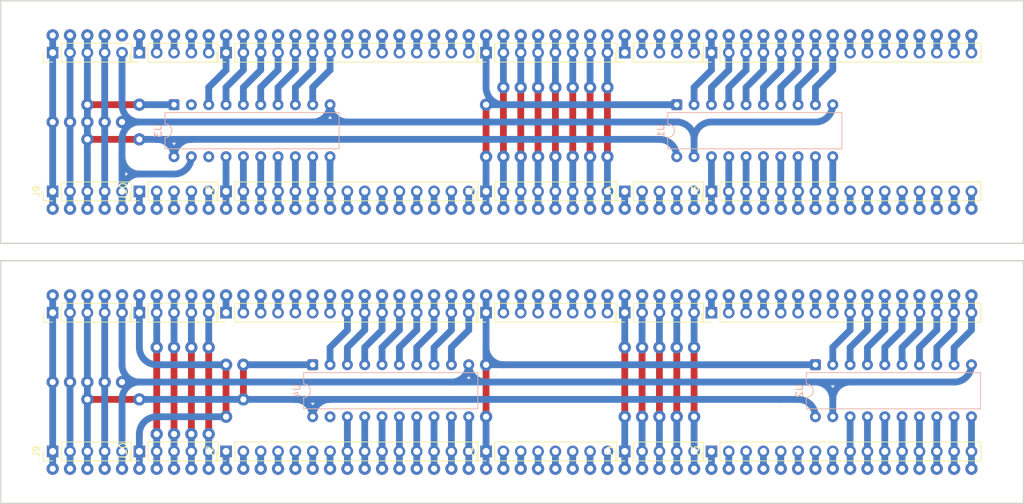
<source format=kicad_pcb>
(kicad_pcb (version 20241229) (generator "pcbnew") (generator_version "9.0")
  (layers (0 "F.Cu" signal) (2 "B.Cu" signal) (13 "F.Paste" user) (15 "B.Paste" user) (5 "F.SilkS" user "F.Silkscreen") (7 "B.SilkS" user "B.Silkscreen") (1 "F.Mask" user) (3 "B.Mask" user) (25 "Edge.Cuts" user))
  (net 0 "")
  (net 1 "/{slash}RESET")
  (net 2 "/WAIT")
  (net 3 "/READY")
  (net 4 "/{slash}WE")
  (net 5 "/DBIN")
  (net 6 "/{slash}HOLD")
  (net 7 "/HOLDA")
  (net 8 "/{slash}MEMIN")
  (net 9 "/AD9")
  (net 10 "/AD11")
  (net 11 "/AD4")
  (net 12 "/AD15")
  (net 13 "/AD6")
  (net 14 "/AD10")
  (net 15 "/AD14")
  (net 16 "/AD8")
  (net 17 "/AD2")
  (net 18 "/AD12")
  (net 19 "/AD7")
  (net 20 "/AD3")
  (net 21 "/AD13")
  (net 22 "/AD1")
  (net 23 "/AD5")
  (net 24 "/DA12")
  (net 25 "/DA15")
  (net 26 "/DA11")
  (net 27 "/DA5")
  (net 28 "/DA14")
  (net 29 "/DA7")
  (net 30 "/DA10")
  (net 31 "/DA8")
  (net 32 "/DA3")
  (net 33 "/DA0")
  (net 34 "/DA2")
  (net 35 "/DA6")
  (net 36 "/DA1")
  (net 37 "/DA4")
  (net 38 "/DA9")
  (net 39 "/DA13")
  (net 40 "/IC0")
  (net 41 "/IC2")
  (net 42 "/IRQ")
  (net 43 "/IC1")
  (net 44 "/IC3")
  (net 45 "-12V")
  (net 46 "GND")
  (net 47 "+12V")
  (net 48 "-5V")
  (net 49 "+5V")
  (net 50 "Net-(J10-Pin_5)")
  (net 51 "Net-(J10-Pin_2)")
  (net 52 "Net-(J10-Pin_1)")
  (net 53 "Net-(J10-Pin_3)")
  (net 54 "Net-(J10-Pin_4)")
  (net 57 "/BDA15")
  (net 58 "/BDA4")
  (net 59 "/BDA2")
  (net 60 "/BDA8")
  (net 61 "/BDA10")
  (net 62 "/BDA5")
  (net 63 "/BDA9")
  (net 64 "/BDA0")
  (net 65 "/BDA13")
  (net 66 "/BDA7")
  (net 67 "/BDA3")
  (net 68 "/BDA11")
  (net 69 "/BDA12")
  (net 70 "/BDA14")
  (net 71 "/BDA6")
  (net 72 "/BDA1")
  (net 73 "/BAD7")
  (net 74 "/BAD6")
  (net 75 "/BAD2")
  (net 76 "/BAD14")
  (net 77 "/BAD3")
  (net 78 "/BAD1")
  (net 79 "/BAD12")
  (net 80 "/BAD13")
  (net 81 "/BAD4")
  (net 82 "/BAD8")
  (net 83 "/BAD15")
  (net 84 "/BAD5")
  (net 85 "/BAD9")
  (net 86 "/BAD11")
  (net 87 "/BAD10")
  (footprint "Connector_PinHeader_2.54mm:PinHeader_1x05_P2.54mm_Vertical" (layer "F.Cu") (at 63.5 73.66 90)
    (property "Reference" "J12" (hide yes))
    (property "Value" "Conn_01x05_Pin" (hide yes))
  )
  (footprint "Connector_PinHeader_2.54mm:PinHeader_1x05_P2.54mm_Vertical" (layer "F.Cu") (at 50.8 55.88 90)
    (property "Reference" "J9")
    (property "Value" "Conn_01x05_Pin" (hide yes))
  )
  (footprint "Connector_PinHeader_2.54mm:PinHeader_1x08_P2.54mm_Vertical" (layer "F.Cu") (at 114.3 93.98 90)
    (property "Reference" "J1")
    (property "Value" "Conn_01x08_Pin" (hide yes))
  )
  (footprint "Connector_PinHeader_2.54mm:PinHeader_1x15_P2.54mm_Vertical" (layer "F.Cu") (at 76.2 93.98 90)
    (property "Reference" "J2")
    (property "Value" "Conn_01x15_Pin" (hide yes))
  )
  (footprint "Connector_PinHeader_2.54mm:PinHeader_1x08_P2.54mm_Vertical" (layer "F.Cu") (at 114.3 35.56 90)
    (property "Reference" "J7" (hide yes))
    (property "Value" "Conn_01x08_Pin" (hide yes))
  )
  (footprint "Connector_PinHeader_2.54mm:PinHeader_1x05_P2.54mm_Vertical" (layer "F.Cu") (at 134.62 93.98 90)
    (property "Reference" "J4")
    (property "Value" "Conn_01x05_Pin" (hide yes))
  )
  (footprint "Connector_PinHeader_2.54mm:PinHeader_1x05_P2.54mm_Vertical" (layer "F.Cu") (at 134.62 35.56 90)
    (property "Reference" "J8" (hide yes))
    (property "Value" "Conn_01x05_Pin" (hide yes))
  )
  (footprint "Connector_PinHeader_2.54mm:PinHeader_1x16_P2.54mm_Vertical" (layer "F.Cu") (at 147.32 55.88 90)
    (property "Reference" "J3")
    (property "Value" "Conn_01x16_Pin" (hide yes))
  )
  (footprint "Connector_PinHeader_2.54mm:PinHeader_1x15_P2.54mm_Vertical" (layer "F.Cu") (at 76.2 35.56 90)
    (property "Reference" "J6" (hide yes))
    (property "Value" "Conn_01x15_Pin" (hide yes))
  )
  (footprint "Connector_PinHeader_2.54mm:PinHeader_1x16_P2.54mm_Vertical" (layer "F.Cu") (at 147.32 35.56 90)
    (property "Reference" "J5" (hide yes))
    (property "Value" "Conn_01x16_Pin" (hide yes))
  )
  (footprint "Connector_PinHeader_2.54mm:PinHeader_1x05_P2.54mm_Vertical" (layer "F.Cu") (at 63.5 35.56 90)
    (property "Reference" "J12" (hide yes))
    (property "Value" "Conn_01x05_Pin" (hide yes))
  )
  (footprint "Connector_PinHeader_2.54mm:PinHeader_1x05_P2.54mm_Vertical" (layer "F.Cu") (at 50.8 73.66 90)
    (property "Reference" "J11" (hide yes))
    (property "Value" "Conn_01x05_Pin" (hide yes))
  )
  (footprint "Connector_PinHeader_2.54mm:PinHeader_1x16_P2.54mm_Vertical" (layer "F.Cu") (at 147.32 73.66 90)
    (property "Reference" "J5" (hide yes))
    (property "Value" "Conn_01x16_Pin" (hide yes))
  )
  (footprint "Connector_PinHeader_2.54mm:PinHeader_1x05_P2.54mm_Vertical" (layer "F.Cu") (at 50.8 35.56 90)
    (property "Reference" "J11" (hide yes))
    (property "Value" "Conn_01x05_Pin" (hide yes))
  )
  (footprint "Connector_PinHeader_2.54mm:PinHeader_1x08_P2.54mm_Vertical" (layer "F.Cu") (at 114.3 55.88 90)
    (property "Reference" "J1")
    (property "Value" "Conn_01x08_Pin" (hide yes))
  )
  (footprint "Connector_PinHeader_2.54mm:PinHeader_1x05_P2.54mm_Vertical" (layer "F.Cu") (at 63.5 55.88 90)
    (property "Reference" "J10")
    (property "Value" "Conn_01x05_Pin" (hide yes))
  )
  (footprint "Connector_PinHeader_2.54mm:PinHeader_1x05_P2.54mm_Vertical" (layer "F.Cu") (at 134.62 73.66 90)
    (property "Reference" "J8" (hide yes))
    (property "Value" "Conn_01x05_Pin" (hide yes))
  )
  (footprint "Connector_PinHeader_2.54mm:PinHeader_1x05_P2.54mm_Vertical" (layer "F.Cu") (at 63.5 93.98 90)
    (property "Reference" "J10")
    (property "Value" "Conn_01x05_Pin" (hide yes))
  )
  (footprint "Connector_PinHeader_2.54mm:PinHeader_1x08_P2.54mm_Vertical" (layer "F.Cu") (at 114.3 73.66 90)
    (property "Reference" "J7" (hide yes))
    (property "Value" "Conn_01x08_Pin" (hide yes))
  )
  (footprint "Connector_PinHeader_2.54mm:PinHeader_1x16_P2.54mm_Vertical" (layer "F.Cu") (at 147.32 93.98 90)
    (property "Reference" "J3")
    (property "Value" "Conn_01x16_Pin" (hide yes))
  )
  (footprint "Connector_PinHeader_2.54mm:PinHeader_1x05_P2.54mm_Vertical" (layer "F.Cu") (at 134.62 55.88 90)
    (property "Reference" "J4")
    (property "Value" "Conn_01x05_Pin" (hide yes))
  )
  (footprint "Connector_PinHeader_2.54mm:PinHeader_1x15_P2.54mm_Vertical" (layer "F.Cu") (at 76.2 55.88 90)
    (property "Reference" "J2")
    (property "Value" "Conn_01x15_Pin" (hide yes))
  )
  (footprint "Connector_PinHeader_2.54mm:PinHeader_1x05_P2.54mm_Vertical" (layer "F.Cu") (at 50.8 93.98 90)
    (property "Reference" "J9")
    (property "Value" "Conn_01x05_Pin" (hide yes))
  )
  (footprint "Connector_PinHeader_2.54mm:PinHeader_1x15_P2.54mm_Vertical" (layer "F.Cu") (at 76.2 73.66 90)
    (property "Reference" "J6" (hide yes))
    (property "Value" "Conn_01x15_Pin" (hide yes))
  )
  (footprint "Package_DIP:DIP-20_W7.62mm" (layer "B.Cu") (at 88.9 81.28 -90)
    (property "Reference" "U4")
    (property "Value" "74LS245")
  )
  (footprint "Package_DIP:DIP-20_W7.62mm" (layer "B.Cu") (at 162.56 81.28 -90)
    (property "Reference" "U2")
    (property "Value" "74LS245")
  )
  (footprint "Package_DIP:DIP-20_W7.62mm" (layer "B.Cu") (at 142.24 43.18 -90)
    (property "Reference" "U1")
    (property "Value" "74LS245")
  )
  (footprint "Package_DIP:DIP-20_W7.62mm" (layer "B.Cu") (at 68.58 43.18 -90)
    (property "Reference" "U3")
    (property "Value" "74LS245")
  )
  (gr_rect (start 43.18 66.04) (end 193.04 101.6) (stroke (width 0.2)) (fill no) (layer "Edge.Cuts"))
  (gr_rect (start 43.18 27.94) (end 193.04 63.5) (stroke (width 0.2)) (fill no) (layer "Edge.Cuts"))
  (via (at 60.96 33.02) (size 1.8) (drill 0.9) (layers "F.Cu" "B.Cu") (net 0))
  (segment (start 132.08 50.8) (end 132.08 40.64) (width 1) (layer "F.Cu") (net 1))
  (via (at 132.08 33.02) (size 1.8) (drill 0.9) (layers "F.Cu" "B.Cu") (net 1))
  (via (at 132.08 71.12) (size 1.8) (drill 0.9) (layers "F.Cu" "B.Cu") (net 1))
  (via (at 132.08 40.64) (size 1.8) (drill 0.9) (layers "F.Cu" "B.Cu") (net 1))
  (via (at 132.08 50.8) (size 1.8) (drill 0.9) (layers "F.Cu" "B.Cu") (net 1))
  (via (at 132.08 96.52) (size 1.8) (drill 0.9) (layers "F.Cu" "B.Cu") (net 1))
  (via (at 132.08 58.42) (size 1.8) (drill 0.9) (layers "F.Cu" "B.Cu") (net 1))
  (segment (start 132.08 55.88) (end 132.08 50.8) (width 1) (layer "B.Cu") (net 1))
  (segment (start 132.08 40.64) (end 132.08 35.56) (width 1) (layer "B.Cu") (net 1))
  (segment (start 132.08 71.12) (end 132.08 73.66) (width 1) (layer "B.Cu") (net 1))
  (segment (start 132.08 58.42) (end 132.08 55.88) (width 1) (layer "B.Cu") (net 1))
  (segment (start 132.08 96.52) (end 132.08 93.98) (width 1) (layer "B.Cu") (net 1))
  (segment (start 132.08 33.02) (end 132.08 35.56) (width 1) (layer "B.Cu") (net 1))
  (segment (start 127 50.8) (end 127 40.64) (width 1) (layer "F.Cu") (net 2))
  (via (at 127 96.52) (size 1.8) (drill 0.9) (layers "F.Cu" "B.Cu") (net 2))
  (via (at 127 50.8) (size 1.8) (drill 0.9) (layers "F.Cu" "B.Cu") (net 2))
  (via (at 127 40.64) (size 1.8) (drill 0.9) (layers "F.Cu" "B.Cu") (net 2))
  (via (at 127 58.42) (size 1.8) (drill 0.9) (layers "F.Cu" "B.Cu") (net 2))
  (via (at 127 71.12) (size 1.8) (drill 0.9) (layers "F.Cu" "B.Cu") (net 2))
  (via (at 127 33.02) (size 1.8) (drill 0.9) (layers "F.Cu" "B.Cu") (net 2))
  (segment (start 127 40.64) (end 127 35.56) (width 1) (layer "B.Cu") (net 2))
  (segment (start 127 58.42) (end 127 55.88) (width 1) (layer "B.Cu") (net 2))
  (segment (start 127 55.88) (end 127 50.8) (width 1) (layer "B.Cu") (net 2))
  (segment (start 127 96.52) (end 127 93.98) (width 1) (layer "B.Cu") (net 2))
  (segment (start 127 33.02) (end 127 35.56) (width 1) (layer "B.Cu") (net 2))
  (segment (start 127 71.12) (end 127 73.66) (width 1) (layer "B.Cu") (net 2))
  (segment (start 119.38 40.64) (end 119.38 50.8) (width 1) (layer "F.Cu") (net 3))
  (via (at 119.38 58.42) (size 1.8) (drill 0.9) (layers "F.Cu" "B.Cu") (net 3))
  (via (at 119.38 96.52) (size 1.8) (drill 0.9) (layers "F.Cu" "B.Cu") (net 3))
  (via (at 119.38 33.02) (size 1.8) (drill 0.9) (layers "F.Cu" "B.Cu") (net 3))
  (via (at 119.38 40.64) (size 1.8) (drill 0.9) (layers "F.Cu" "B.Cu") (net 3))
  (via (at 119.38 50.8) (size 1.8) (drill 0.9) (layers "F.Cu" "B.Cu") (net 3))
  (via (at 119.38 71.12) (size 1.8) (drill 0.9) (layers "F.Cu" "B.Cu") (net 3))
  (segment (start 119.38 35.56) (end 119.38 40.64) (width 1) (layer "B.Cu") (net 3))
  (segment (start 119.38 58.42) (end 119.38 55.88) (width 1) (layer "B.Cu") (net 3))
  (segment (start 119.38 50.8) (end 119.38 55.88) (width 1) (layer "B.Cu") (net 3))
  (segment (start 119.38 33.02) (end 119.38 35.56) (width 1) (layer "B.Cu") (net 3))
  (segment (start 119.38 71.12) (end 119.38 73.66) (width 1) (layer "B.Cu") (net 3))
  (segment (start 119.38 96.52) (end 119.38 93.98) (width 1) (layer "B.Cu") (net 3))
  (segment (start 121.92 50.8) (end 121.92 40.64) (width 1) (layer "F.Cu") (net 4))
  (via (at 121.92 40.64) (size 1.8) (drill 0.9) (layers "F.Cu" "B.Cu") (net 4))
  (via (at 121.92 58.42) (size 1.8) (drill 0.9) (layers "F.Cu" "B.Cu") (net 4))
  (via (at 121.92 71.12) (size 1.8) (drill 0.9) (layers "F.Cu" "B.Cu") (net 4))
  (via (at 121.92 33.02) (size 1.8) (drill 0.9) (layers "F.Cu" "B.Cu") (net 4))
  (via (at 121.92 96.52) (size 1.8) (drill 0.9) (layers "F.Cu" "B.Cu") (net 4))
  (via (at 121.92 50.8) (size 1.8) (drill 0.9) (layers "F.Cu" "B.Cu") (net 4))
  (segment (start 121.92 55.88) (end 121.92 50.8) (width 1) (layer "B.Cu") (net 4))
  (segment (start 121.92 58.42) (end 121.92 55.88) (width 1) (layer "B.Cu") (net 4))
  (segment (start 121.92 96.52) (end 121.92 93.98) (width 1) (layer "B.Cu") (net 4))
  (segment (start 121.92 71.12) (end 121.92 73.66) (width 1) (layer "B.Cu") (net 4))
  (segment (start 121.92 33.02) (end 121.92 35.56) (width 1) (layer "B.Cu") (net 4))
  (segment (start 121.92 40.64) (end 121.92 35.56) (width 1) (layer "B.Cu") (net 4))
  (segment (start 114.3 50.8) (end 114.3 43.18) (width 1) (layer "F.Cu") (net 5))
  (segment (start 114.3 88.9) (end 114.3 81.28) (width 1) (layer "F.Cu") (net 5))
  (via (at 114.3 88.9) (size 1.8) (drill 0.9) (layers "F.Cu" "B.Cu") (net 5))
  (via (at 114.3 50.8) (size 1.8) (drill 0.9) (layers "F.Cu" "B.Cu") (net 5))
  (via (at 114.3 58.42) (size 1.8) (drill 0.9) (layers "F.Cu" "B.Cu") (net 5))
  (via (at 114.3 43.18) (size 1.8) (drill 0.9) (layers "F.Cu" "B.Cu") (net 5))
  (via (at 114.3 71.12) (size 1.8) (drill 0.9) (layers "F.Cu" "B.Cu") (net 5))
  (via (at 114.3 33.02) (size 1.8) (drill 0.9) (layers "F.Cu" "B.Cu") (net 5))
  (via (at 114.3 81.28) (size 1.8) (drill 0.9) (layers "F.Cu" "B.Cu") (net 5))
  (via (at 114.3 96.52) (size 1.8) (drill 0.9) (layers "F.Cu" "B.Cu") (net 5))
  (segment (start 114.3 78.74) (end 114.3 73.66) (width 1) (layer "B.Cu") (net 5))
  (segment (start 114.3 43.18) (end 116.84 43.18) (width 1) (layer "B.Cu") (net 5))
  (segment (start 114.3 81.28) (end 114.3 78.74) (width 1) (layer "B.Cu") (net 5))
  (segment (start 114.3 71.12) (end 114.3 73.66) (width 1) (layer "B.Cu") (net 5))
  (segment (start 114.3 33.02) (end 114.3 35.56) (width 1) (layer "B.Cu") (net 5))
  (segment (start 114.3 81.28) (end 116.84 81.28) (width 1) (layer "B.Cu") (net 5))
  (segment (start 114.3 93.98) (end 114.3 88.9) (width 1) (layer "B.Cu") (net 5))
  (segment (start 114.3 96.52) (end 114.3 93.98) (width 1) (layer "B.Cu") (net 5))
  (segment (start 116.84 43.18) (end 142.24 43.18) (width 1) (layer "B.Cu") (net 5))
  (segment (start 162.56 81.28) (end 116.84 81.28) (width 1) (layer "B.Cu") (net 5))
  (segment (start 114.3 55.88) (end 114.3 50.8) (width 1) (layer "B.Cu") (net 5))
  (segment (start 114.3 40.64) (end 114.3 35.56) (width 1) (layer "B.Cu") (net 5))
  (segment (start 114.3 58.42) (end 114.3 55.88) (width 1) (layer "B.Cu") (net 5))
  (arc (start 116.84 43.18) (mid 115.043949 42.436051) (end 114.3 40.64) (width 1) (layer "B.Cu") (net 5))
  (arc (start 116.84 81.28) (mid 115.043949 80.536051) (end 114.3 78.74) (width 1) (layer "B.Cu") (net 5))
  (segment (start 124.46 40.64) (end 124.46 50.8) (width 1) (layer "F.Cu") (net 6))
  (via (at 124.46 58.42) (size 1.8) (drill 0.9) (layers "F.Cu" "B.Cu") (net 6))
  (via (at 124.46 40.64) (size 1.8) (drill 0.9) (layers "F.Cu" "B.Cu") (net 6))
  (via (at 124.46 50.8) (size 1.8) (drill 0.9) (layers "F.Cu" "B.Cu") (net 6))
  (via (at 124.46 71.12) (size 1.8) (drill 0.9) (layers "F.Cu" "B.Cu") (net 6))
  (via (at 124.46 96.52) (size 1.8) (drill 0.9) (layers "F.Cu" "B.Cu") (net 6))
  (via (at 124.46 33.02) (size 1.8) (drill 0.9) (layers "F.Cu" "B.Cu") (net 6))
  (segment (start 124.46 33.02) (end 124.46 35.56) (width 1) (layer "B.Cu") (net 6))
  (segment (start 124.46 58.42) (end 124.46 55.88) (width 1) (layer "B.Cu") (net 6))
  (segment (start 124.46 71.12) (end 124.46 73.66) (width 1) (layer "B.Cu") (net 6))
  (segment (start 124.46 96.52) (end 124.46 93.98) (width 1) (layer "B.Cu") (net 6))
  (segment (start 124.46 50.8) (end 124.46 55.88) (width 1) (layer "B.Cu") (net 6))
  (segment (start 124.46 35.56) (end 124.46 40.64) (width 1) (layer "B.Cu") (net 6))
  (segment (start 129.54 40.64) (end 129.54 50.8) (width 1) (layer "F.Cu") (net 7))
  (via (at 129.54 96.52) (size 1.8) (drill 0.9) (layers "F.Cu" "B.Cu") (net 7))
  (via (at 129.54 40.64) (size 1.8) (drill 0.9) (layers "F.Cu" "B.Cu") (net 7))
  (via (at 129.54 71.12) (size 1.8) (drill 0.9) (layers "F.Cu" "B.Cu") (net 7))
  (via (at 129.54 58.42) (size 1.8) (drill 0.9) (layers "F.Cu" "B.Cu") (net 7))
  (via (at 129.54 50.8) (size 1.8) (drill 0.9) (layers "F.Cu" "B.Cu") (net 7))
  (via (at 129.54 33.02) (size 1.8) (drill 0.9) (layers "F.Cu" "B.Cu") (net 7))
  (segment (start 129.54 71.12) (end 129.54 73.66) (width 1) (layer "B.Cu") (net 7))
  (segment (start 129.54 33.02) (end 129.54 35.56) (width 1) (layer "B.Cu") (net 7))
  (segment (start 129.54 35.56) (end 129.54 40.64) (width 1) (layer "B.Cu") (net 7))
  (segment (start 129.54 58.42) (end 129.54 55.88) (width 1) (layer "B.Cu") (net 7))
  (segment (start 129.54 50.8) (end 129.54 55.88) (width 1) (layer "B.Cu") (net 7))
  (segment (start 129.54 96.52) (end 129.54 93.98) (width 1) (layer "B.Cu") (net 7))
  (segment (start 116.84 50.8) (end 116.84 40.64) (width 1) (layer "F.Cu") (net 8))
  (via (at 116.84 40.64) (size 1.8) (drill 0.9) (layers "F.Cu" "B.Cu") (net 8))
  (via (at 116.84 33.02) (size 1.8) (drill 0.9) (layers "F.Cu" "B.Cu") (net 8))
  (via (at 116.84 96.52) (size 1.8) (drill 0.9) (layers "F.Cu" "B.Cu") (net 8))
  (via (at 116.84 71.12) (size 1.8) (drill 0.9) (layers "F.Cu" "B.Cu") (net 8))
  (via (at 116.84 58.42) (size 1.8) (drill 0.9) (layers "F.Cu" "B.Cu") (net 8))
  (via (at 116.84 50.8) (size 1.8) (drill 0.9) (layers "F.Cu" "B.Cu") (net 8))
  (segment (start 116.84 55.88) (end 116.84 50.8) (width 1) (layer "B.Cu") (net 8))
  (segment (start 116.84 33.02) (end 116.84 35.56) (width 1) (layer "B.Cu") (net 8))
  (segment (start 116.84 71.12) (end 116.84 73.66) (width 1) (layer "B.Cu") (net 8))
  (segment (start 116.84 40.64) (end 116.84 35.56) (width 1) (layer "B.Cu") (net 8))
  (segment (start 116.84 96.52) (end 116.84 93.98) (width 1) (layer "B.Cu") (net 8))
  (segment (start 116.84 58.42) (end 116.84 55.88) (width 1) (layer "B.Cu") (net 8))
  (via (at 96.52 58.42) (size 1.8) (drill 0.9) (layers "F.Cu" "B.Cu") (net 9))
  (via (at 96.52 96.52) (size 1.8) (drill 0.9) (layers "F.Cu" "B.Cu") (net 9))
  (segment (start 96.52 96.52) (end 96.52 93.98) (width 1) (layer "B.Cu") (net 9))
  (segment (start 96.52 93.98) (end 96.52 88.9) (width 1) (layer "B.Cu") (net 9))
  (segment (start 96.52 58.42) (end 96.52 55.88) (width 1) (layer "B.Cu") (net 9))
  (via (at 101.6 58.42) (size 1.8) (drill 0.9) (layers "F.Cu" "B.Cu") (net 10))
  (via (at 101.6 96.52) (size 1.8) (drill 0.9) (layers "F.Cu" "B.Cu") (net 10))
  (segment (start 101.6 58.42) (end 101.6 55.88) (width 1) (layer "B.Cu") (net 10))
  (segment (start 101.6 96.52) (end 101.6 93.98) (width 1) (layer "B.Cu") (net 10))
  (segment (start 101.6 93.98) (end 101.6 88.9) (width 1) (layer "B.Cu") (net 10))
  (via (at 83.82 58.42) (size 1.8) (drill 0.9) (layers "F.Cu" "B.Cu") (net 11))
  (via (at 83.82 96.52) (size 1.8) (drill 0.9) (layers "F.Cu" "B.Cu") (net 11))
  (segment (start 83.82 96.52) (end 83.82 93.98) (width 1) (layer "B.Cu") (net 11))
  (segment (start 83.82 55.88) (end 83.82 50.8) (width 1) (layer "B.Cu") (net 11))
  (segment (start 83.82 58.42) (end 83.82 55.88) (width 1) (layer "B.Cu") (net 11))
  (via (at 111.76 96.52) (size 1.8) (drill 0.9) (layers "F.Cu" "B.Cu") (net 12))
  (via (at 111.76 58.42) (size 1.8) (drill 0.9) (layers "F.Cu" "B.Cu") (net 12))
  (segment (start 111.76 93.98) (end 111.76 88.9) (width 1) (layer "B.Cu") (net 12))
  (segment (start 111.76 96.52) (end 111.76 93.98) (width 1) (layer "B.Cu") (net 12))
  (segment (start 111.76 58.42) (end 111.76 55.88) (width 1) (layer "B.Cu") (net 12))
  (via (at 88.9 96.52) (size 1.8) (drill 0.9) (layers "F.Cu" "B.Cu") (net 13))
  (via (at 88.9 58.42) (size 1.8) (drill 0.9) (layers "F.Cu" "B.Cu") (net 13))
  (segment (start 88.9 55.88) (end 88.9 50.8) (width 1) (layer "B.Cu") (net 13))
  (segment (start 88.9 96.52) (end 88.9 93.98) (width 1) (layer "B.Cu") (net 13))
  (segment (start 88.9 58.42) (end 88.9 55.88) (width 1) (layer "B.Cu") (net 13))
  (via (at 99.06 58.42) (size 1.8) (drill 0.9) (layers "F.Cu" "B.Cu") (net 14))
  (via (at 99.06 96.52) (size 1.8) (drill 0.9) (layers "F.Cu" "B.Cu") (net 14))
  (segment (start 99.06 96.52) (end 99.06 93.98) (width 1) (layer "B.Cu") (net 14))
  (segment (start 99.06 93.98) (end 99.06 88.9) (width 1) (layer "B.Cu") (net 14))
  (segment (start 99.06 58.42) (end 99.06 55.88) (width 1) (layer "B.Cu") (net 14))
  (via (at 109.22 58.42) (size 1.8) (drill 0.9) (layers "F.Cu" "B.Cu") (net 15))
  (via (at 109.22 96.52) (size 1.8) (drill 0.9) (layers "F.Cu" "B.Cu") (net 15))
  (segment (start 109.22 58.42) (end 109.22 55.88) (width 1) (layer "B.Cu") (net 15))
  (segment (start 109.22 96.52) (end 109.22 93.98) (width 1) (layer "B.Cu") (net 15))
  (segment (start 109.22 93.98) (end 109.22 88.9) (width 1) (layer "B.Cu") (net 15))
  (via (at 93.98 58.42) (size 1.8) (drill 0.9) (layers "F.Cu" "B.Cu") (net 16))
  (via (at 93.98 96.52) (size 1.8) (drill 0.9) (layers "F.Cu" "B.Cu") (net 16))
  (segment (start 93.98 58.42) (end 93.98 55.88) (width 1) (layer "B.Cu") (net 16))
  (segment (start 93.98 96.52) (end 93.98 93.98) (width 1) (layer "B.Cu") (net 16))
  (segment (start 93.98 93.98) (end 93.98 88.9) (width 1) (layer "B.Cu") (net 16))
  (via (at 78.74 96.52) (size 1.8) (drill 0.9) (layers "F.Cu" "B.Cu") (net 17))
  (via (at 78.74 58.42) (size 1.8) (drill 0.9) (layers "F.Cu" "B.Cu") (net 17))
  (segment (start 78.74 58.42) (end 78.74 55.88) (width 1) (layer "B.Cu") (net 17))
  (segment (start 78.74 96.52) (end 78.74 93.98) (width 1) (layer "B.Cu") (net 17))
  (segment (start 78.74 55.88) (end 78.74 50.8) (width 1) (layer "B.Cu") (net 17))
  (via (at 104.14 58.42) (size 1.8) (drill 0.9) (layers "F.Cu" "B.Cu") (net 18))
  (via (at 104.14 96.52) (size 1.8) (drill 0.9) (layers "F.Cu" "B.Cu") (net 18))
  (segment (start 104.14 58.42) (end 104.14 55.88) (width 1) (layer "B.Cu") (net 18))
  (segment (start 104.14 96.52) (end 104.14 93.98) (width 1) (layer "B.Cu") (net 18))
  (segment (start 104.14 93.98) (end 104.14 88.9) (width 1) (layer "B.Cu") (net 18))
  (via (at 91.44 96.52) (size 1.8) (drill 0.9) (layers "F.Cu" "B.Cu") (net 19))
  (via (at 91.44 58.42) (size 1.8) (drill 0.9) (layers "F.Cu" "B.Cu") (net 19))
  (segment (start 91.44 58.42) (end 91.44 55.88) (width 1) (layer "B.Cu") (net 19))
  (segment (start 91.44 96.52) (end 91.44 93.98) (width 1) (layer "B.Cu") (net 19))
  (segment (start 91.44 55.88) (end 91.44 50.8) (width 1) (layer "B.Cu") (net 19))
  (via (at 81.28 96.52) (size 1.8) (drill 0.9) (layers "F.Cu" "B.Cu") (net 20))
  (via (at 81.28 58.42) (size 1.8) (drill 0.9) (layers "F.Cu" "B.Cu") (net 20))
  (segment (start 81.28 50.8) (end 81.28 55.88) (width 1) (layer "B.Cu") (net 20))
  (segment (start 81.28 55.88) (end 81.28 58.42) (width 1) (layer "B.Cu") (net 20))
  (segment (start 81.28 96.52) (end 81.28 93.98) (width 1) (layer "B.Cu") (net 20))
  (via (at 106.68 58.42) (size 1.8) (drill 0.9) (layers "F.Cu" "B.Cu") (net 21))
  (via (at 106.68 96.52) (size 1.8) (drill 0.9) (layers "F.Cu" "B.Cu") (net 21))
  (segment (start 106.68 96.52) (end 106.68 93.98) (width 1) (layer "B.Cu") (net 21))
  (segment (start 106.68 93.98) (end 106.68 88.9) (width 1) (layer "B.Cu") (net 21))
  (segment (start 106.68 58.42) (end 106.68 55.88) (width 1) (layer "B.Cu") (net 21))
  (via (at 76.2 96.52) (size 1.8) (drill 0.9) (layers "F.Cu" "B.Cu") (net 22))
  (via (at 76.2 58.42) (size 1.8) (drill 0.9) (layers "F.Cu" "B.Cu") (net 22))
  (segment (start 76.2 96.52) (end 76.2 93.98) (width 1) (layer "B.Cu") (net 22))
  (segment (start 76.2 58.42) (end 76.2 55.88) (width 1) (layer "B.Cu") (net 22))
  (segment (start 76.2 55.88) (end 76.2 50.8) (width 1) (layer "B.Cu") (net 22))
  (via (at 86.36 58.42) (size 1.8) (drill 0.9) (layers "F.Cu" "B.Cu") (net 23))
  (via (at 86.36 96.52) (size 1.8) (drill 0.9) (layers "F.Cu" "B.Cu") (net 23))
  (segment (start 86.36 58.42) (end 86.36 55.88) (width 1) (layer "B.Cu") (net 23))
  (segment (start 86.36 96.52) (end 86.36 93.98) (width 1) (layer "B.Cu") (net 23))
  (segment (start 86.36 55.88) (end 86.36 50.8) (width 1) (layer "B.Cu") (net 23))
  (via (at 177.8 58.42) (size 1.8) (drill 0.9) (layers "F.Cu" "B.Cu") (net 24))
  (via (at 177.8 96.52) (size 1.8) (drill 0.9) (layers "F.Cu" "B.Cu") (net 24))
  (segment (start 177.8 96.52) (end 177.8 93.98) (width 1) (layer "B.Cu") (net 24))
  (segment (start 177.8 93.98) (end 177.8 88.9) (width 1) (layer "B.Cu") (net 24))
  (segment (start 177.8 58.42) (end 177.8 55.88) (width 1) (layer "B.Cu") (net 24))
  (via (at 185.42 96.52) (size 1.8) (drill 0.9) (layers "F.Cu" "B.Cu") (net 25))
  (via (at 185.42 58.42) (size 1.8) (drill 0.9) (layers "F.Cu" "B.Cu") (net 25))
  (segment (start 185.42 96.52) (end 185.42 93.98) (width 1) (layer "B.Cu") (net 25))
  (segment (start 185.42 93.98) (end 185.42 88.9) (width 1) (layer "B.Cu") (net 25))
  (segment (start 185.42 58.42) (end 185.42 55.88) (width 1) (layer "B.Cu") (net 25))
  (via (at 175.26 58.42) (size 1.8) (drill 0.9) (layers "F.Cu" "B.Cu") (net 26))
  (via (at 175.26 96.52) (size 1.8) (drill 0.9) (layers "F.Cu" "B.Cu") (net 26))
  (segment (start 175.26 58.42) (end 175.26 55.88) (width 1) (layer "B.Cu") (net 26))
  (segment (start 175.26 88.9) (end 175.26 93.98) (width 1) (layer "B.Cu") (net 26))
  (segment (start 175.26 96.52) (end 175.26 93.98) (width 1) (layer "B.Cu") (net 26))
  (via (at 160.02 58.42) (size 1.8) (drill 0.9) (layers "F.Cu" "B.Cu") (net 27))
  (via (at 160.02 96.52) (size 1.8) (drill 0.9) (layers "F.Cu" "B.Cu") (net 27))
  (segment (start 160.02 96.52) (end 160.02 93.98) (width 1) (layer "B.Cu") (net 27))
  (segment (start 160.02 50.8) (end 160.02 55.88) (width 1) (layer "B.Cu") (net 27))
  (segment (start 160.02 58.42) (end 160.02 55.88) (width 1) (layer "B.Cu") (net 27))
  (via (at 182.88 58.42) (size 1.8) (drill 0.9) (layers "F.Cu" "B.Cu") (net 28))
  (via (at 182.88 96.52) (size 1.8) (drill 0.9) (layers "F.Cu" "B.Cu") (net 28))
  (segment (start 182.88 58.42) (end 182.88 55.88) (width 1) (layer "B.Cu") (net 28))
  (segment (start 182.88 96.52) (end 182.88 93.98) (width 1) (layer "B.Cu") (net 28))
  (segment (start 182.88 93.98) (end 182.88 88.9) (width 1) (layer "B.Cu") (net 28))
  (via (at 165.1 96.52) (size 1.8) (drill 0.9) (layers "F.Cu" "B.Cu") (net 29))
  (via (at 165.1 58.42) (size 1.8) (drill 0.9) (layers "F.Cu" "B.Cu") (net 29))
  (segment (start 165.1 96.52) (end 165.1 93.98) (width 1) (layer "B.Cu") (net 29))
  (segment (start 165.1 55.88) (end 165.1 50.8) (width 1) (layer "B.Cu") (net 29))
  (segment (start 165.1 58.42) (end 165.1 55.88) (width 1) (layer "B.Cu") (net 29))
  (via (at 172.72 96.52) (size 1.8) (drill 0.9) (layers "F.Cu" "B.Cu") (net 30))
  (via (at 172.72 58.42) (size 1.8) (drill 0.9) (layers "F.Cu" "B.Cu") (net 30))
  (segment (start 172.72 88.9) (end 172.72 93.98) (width 1) (layer "B.Cu") (net 30))
  (segment (start 172.72 96.52) (end 172.72 93.98) (width 1) (layer "B.Cu") (net 30))
  (segment (start 172.72 58.42) (end 172.72 55.88) (width 1) (layer "B.Cu") (net 30))
  (via (at 167.64 96.52) (size 1.8) (drill 0.9) (layers "F.Cu" "B.Cu") (net 31))
  (via (at 167.64 58.42) (size 1.8) (drill 0.9) (layers "F.Cu" "B.Cu") (net 31))
  (segment (start 167.64 93.98) (end 167.64 88.9) (width 1) (layer "B.Cu") (net 31))
  (segment (start 167.64 96.52) (end 167.64 93.98) (width 1) (layer "B.Cu") (net 31))
  (segment (start 167.64 58.42) (end 167.64 55.88) (width 1) (layer "B.Cu") (net 31))
  (via (at 154.94 96.52) (size 1.8) (drill 0.9) (layers "F.Cu" "B.Cu") (net 32))
  (via (at 154.94 58.42) (size 1.8) (drill 0.9) (layers "F.Cu" "B.Cu") (net 32))
  (segment (start 154.94 96.52) (end 154.94 93.98) (width 1) (layer "B.Cu") (net 32))
  (segment (start 154.94 50.8) (end 154.94 55.88) (width 1) (layer "B.Cu") (net 32))
  (segment (start 154.94 58.42) (end 154.94 55.88) (width 1) (layer "B.Cu") (net 32))
  (via (at 147.32 58.42) (size 1.8) (drill 0.9) (layers "F.Cu" "B.Cu") (net 33))
  (via (at 147.32 96.52) (size 1.8) (drill 0.9) (layers "F.Cu" "B.Cu") (net 33))
  (segment (start 147.32 96.52) (end 147.32 93.98) (width 1) (layer "B.Cu") (net 33))
  (segment (start 147.32 58.42) (end 147.32 55.88) (width 1) (layer "B.Cu") (net 33))
  (segment (start 147.32 55.88) (end 147.32 50.8) (width 1) (layer "B.Cu") (net 33))
  (via (at 152.4 58.42) (size 1.8) (drill 0.9) (layers "F.Cu" "B.Cu") (net 34))
  (via (at 152.4 96.52) (size 1.8) (drill 0.9) (layers "F.Cu" "B.Cu") (net 34))
  (segment (start 152.4 96.52) (end 152.4 93.98) (width 1) (layer "B.Cu") (net 34))
  (segment (start 152.4 55.88) (end 152.4 50.8) (width 1) (layer "B.Cu") (net 34))
  (segment (start 152.4 58.42) (end 152.4 55.88) (width 1) (layer "B.Cu") (net 34))
  (via (at 162.56 96.52) (size 1.8) (drill 0.9) (layers "F.Cu" "B.Cu") (net 35))
  (via (at 162.56 58.42) (size 1.8) (drill 0.9) (layers "F.Cu" "B.Cu") (net 35))
  (segment (start 162.56 55.88) (end 162.56 50.8) (width 1) (layer "B.Cu") (net 35))
  (segment (start 162.56 58.42) (end 162.56 55.88) (width 1) (layer "B.Cu") (net 35))
  (segment (start 162.56 96.52) (end 162.56 93.98) (width 1) (layer "B.Cu") (net 35))
  (via (at 149.86 96.52) (size 1.8) (drill 0.9) (layers "F.Cu" "B.Cu") (net 36))
  (via (at 149.86 58.42) (size 1.8) (drill 0.9) (layers "F.Cu" "B.Cu") (net 36))
  (segment (start 149.86 50.8) (end 149.86 55.88) (width 1) (layer "B.Cu") (net 36))
  (segment (start 149.86 96.52) (end 149.86 93.98) (width 1) (layer "B.Cu") (net 36))
  (segment (start 149.86 58.42) (end 149.86 55.88) (width 1) (layer "B.Cu") (net 36))
  (via (at 157.48 58.42) (size 1.8) (drill 0.9) (layers "F.Cu" "B.Cu") (net 37))
  (via (at 157.48 96.52) (size 1.8) (drill 0.9) (layers "F.Cu" "B.Cu") (net 37))
  (segment (start 157.48 96.52) (end 157.48 93.98) (width 1) (layer "B.Cu") (net 37))
  (segment (start 157.48 58.42) (end 157.48 55.88) (width 1) (layer "B.Cu") (net 37))
  (segment (start 157.48 55.88) (end 157.48 50.8) (width 1) (layer "B.Cu") (net 37))
  (via (at 170.18 96.52) (size 1.8) (drill 0.9) (layers "F.Cu" "B.Cu") (net 38))
  (via (at 170.18 58.42) (size 1.8) (drill 0.9) (layers "F.Cu" "B.Cu") (net 38))
  (segment (start 170.18 55.88) (end 170.18 58.42) (width 1) (layer "B.Cu") (net 38))
  (segment (start 170.18 93.98) (end 170.18 96.52) (width 1) (layer "B.Cu") (net 38))
  (segment (start 170.18 88.9) (end 170.18 93.98) (width 1) (layer "B.Cu") (net 38))
  (via (at 180.34 58.42) (size 1.8) (drill 0.9) (layers "F.Cu" "B.Cu") (net 39))
  (via (at 180.34 96.52) (size 1.8) (drill 0.9) (layers "F.Cu" "B.Cu") (net 39))
  (segment (start 180.34 96.52) (end 180.34 93.98) (width 1) (layer "B.Cu") (net 39))
  (segment (start 180.34 58.42) (end 180.34 55.88) (width 1) (layer "B.Cu") (net 39))
  (segment (start 180.34 93.98) (end 180.34 88.9) (width 1) (layer "B.Cu") (net 39))
  (segment (start 137.16 78.74) (end 137.16 88.9) (width 1) (layer "F.Cu") (net 40))
  (via (at 137.16 58.42) (size 1.8) (drill 0.9) (layers "F.Cu" "B.Cu") (net 40))
  (via (at 137.16 78.74) (size 1.8) (drill 0.9) (layers "F.Cu" "B.Cu") (net 40))
  (via (at 137.16 88.9) (size 1.8) (drill 0.9) (layers "F.Cu" "B.Cu") (net 40))
  (via (at 137.16 71.12) (size 1.8) (drill 0.9) (layers "F.Cu" "B.Cu") (net 40))
  (via (at 137.16 33.02) (size 1.8) (drill 0.9) (layers "F.Cu" "B.Cu") (net 40))
  (via (at 137.16 96.52) (size 1.8) (drill 0.9) (layers "F.Cu" "B.Cu") (net 40))
  (segment (start 137.16 71.12) (end 137.16 73.66) (width 1) (layer "B.Cu") (net 40))
  (segment (start 137.16 96.52) (end 137.16 93.98) (width 1) (layer "B.Cu") (net 40))
  (segment (start 137.16 58.42) (end 137.16 55.88) (width 1) (layer "B.Cu") (net 40))
  (segment (start 137.16 33.02) (end 137.16 35.56) (width 1) (layer "B.Cu") (net 40))
  (segment (start 137.16 88.9) (end 137.16 93.98) (width 1) (layer "B.Cu") (net 40))
  (segment (start 137.16 73.66) (end 137.16 78.74) (width 1) (layer "B.Cu") (net 40))
  (segment (start 142.24 78.74) (end 142.24 88.9) (width 1) (layer "F.Cu") (net 41))
  (via (at 142.24 88.9) (size 1.8) (drill 0.9) (layers "F.Cu" "B.Cu") (net 41))
  (via (at 142.24 71.12) (size 1.8) (drill 0.9) (layers "F.Cu" "B.Cu") (net 41))
  (via (at 142.24 96.52) (size 1.8) (drill 0.9) (layers "F.Cu" "B.Cu") (net 41))
  (via (at 142.24 33.02) (size 1.8) (drill 0.9) (layers "F.Cu" "B.Cu") (net 41))
  (via (at 142.24 78.74) (size 1.8) (drill 0.9) (layers "F.Cu" "B.Cu") (net 41))
  (via (at 142.24 58.42) (size 1.8) (drill 0.9) (layers "F.Cu" "B.Cu") (net 41))
  (segment (start 142.24 73.66) (end 142.24 78.74) (width 1) (layer "B.Cu") (net 41))
  (segment (start 142.24 96.52) (end 142.24 93.98) (width 1) (layer "B.Cu") (net 41))
  (segment (start 142.24 33.02) (end 142.24 35.56) (width 1) (layer "B.Cu") (net 41))
  (segment (start 142.24 58.42) (end 142.24 55.88) (width 1) (layer "B.Cu") (net 41))
  (segment (start 142.24 71.12) (end 142.24 73.66) (width 1) (layer "B.Cu") (net 41))
  (segment (start 142.24 88.9) (end 142.24 93.98) (width 1) (layer "B.Cu") (net 41))
  (segment (start 134.62 88.9) (end 134.62 78.74) (width 1) (layer "F.Cu") (net 42))
  (via (at 134.62 58.42) (size 1.8) (drill 0.9) (layers "F.Cu" "B.Cu") (net 42))
  (via (at 134.62 96.52) (size 1.8) (drill 0.9) (layers "F.Cu" "B.Cu") (net 42))
  (via (at 134.62 33.02) (size 1.8) (drill 0.9) (layers "F.Cu" "B.Cu") (net 42))
  (via (at 134.62 71.12) (size 1.8) (drill 0.9) (layers "F.Cu" "B.Cu") (net 42))
  (via (at 134.62 88.9) (size 1.8) (drill 0.9) (layers "F.Cu" "B.Cu") (net 42))
  (via (at 134.62 78.74) (size 1.8) (drill 0.9) (layers "F.Cu" "B.Cu") (net 42))
  (segment (start 134.62 93.98) (end 134.62 88.9) (width 1) (layer "B.Cu") (net 42))
  (segment (start 134.62 78.74) (end 134.62 73.66) (width 1) (layer "B.Cu") (net 42))
  (segment (start 134.62 58.42) (end 134.62 55.88) (width 1) (layer "B.Cu") (net 42))
  (segment (start 134.62 33.02) (end 134.62 35.56) (width 1) (layer "B.Cu") (net 42))
  (segment (start 134.62 96.52) (end 134.62 93.98) (width 1) (layer "B.Cu") (net 42))
  (segment (start 134.62 71.12) (end 134.62 73.66) (width 1) (layer "B.Cu") (net 42))
  (segment (start 139.7 88.9) (end 139.7 78.74) (width 1) (layer "F.Cu") (net 43))
  (via (at 139.7 88.9) (size 1.8) (drill 0.9) (layers "F.Cu" "B.Cu") (net 43))
  (via (at 139.7 96.52) (size 1.8) (drill 0.9) (layers "F.Cu" "B.Cu") (net 43))
  (via (at 139.7 33.02) (size 1.8) (drill 0.9) (layers "F.Cu" "B.Cu") (net 43))
  (via (at 139.7 78.74) (size 1.8) (drill 0.9) (layers "F.Cu" "B.Cu") (net 43))
  (via (at 139.7 71.12) (size 1.8) (drill 0.9) (layers "F.Cu" "B.Cu") (net 43))
  (via (at 139.7 58.42) (size 1.8) (drill 0.9) (layers "F.Cu" "B.Cu") (net 43))
  (segment (start 139.7 33.02) (end 139.7 35.56) (width 1) (layer "B.Cu") (net 43))
  (segment (start 139.7 58.42) (end 139.7 55.88) (width 1) (layer "B.Cu") (net 43))
  (segment (start 139.7 93.98) (end 139.7 88.9) (width 1) (layer "B.Cu") (net 43))
  (segment (start 139.7 78.74) (end 139.7 73.66) (width 1) (layer "B.Cu") (net 43))
  (segment (start 139.7 71.12) (end 139.7 73.66) (width 1) (layer "B.Cu") (net 43))
  (segment (start 139.7 96.52) (end 139.7 93.98) (width 1) (layer "B.Cu") (net 43))
  (segment (start 144.78 88.9) (end 144.78 78.74) (width 1) (layer "F.Cu") (net 44))
  (via (at 144.78 96.52) (size 1.8) (drill 0.9) (layers "F.Cu" "B.Cu") (net 44))
  (via (at 144.78 58.42) (size 1.8) (drill 0.9) (layers "F.Cu" "B.Cu") (net 44))
  (via (at 144.78 78.74) (size 1.8) (drill 0.9) (layers "F.Cu" "B.Cu") (net 44))
  (via (at 144.78 33.02) (size 1.8) (drill 0.9) (layers "F.Cu" "B.Cu") (net 44))
  (via (at 144.78 71.12) (size 1.8) (drill 0.9) (layers "F.Cu" "B.Cu") (net 44))
  (via (at 144.78 88.9) (size 1.8) (drill 0.9) (layers "F.Cu" "B.Cu") (net 44))
  (segment (start 144.78 78.74) (end 144.78 73.66) (width 1) (layer "B.Cu") (net 44))
  (segment (start 144.78 93.98) (end 144.78 88.9) (width 1) (layer "B.Cu") (net 44))
  (segment (start 144.78 58.42) (end 144.78 55.88) (width 1) (layer "B.Cu") (net 44))
  (segment (start 144.78 33.02) (end 144.78 35.56) (width 1) (layer "B.Cu") (net 44))
  (segment (start 144.78 71.12) (end 144.78 73.66) (width 1) (layer "B.Cu") (net 44))
  (segment (start 144.78 96.52) (end 144.78 93.98) (width 1) (layer "B.Cu") (net 44))
  (via (at 58.42 83.82) (size 1.8) (drill 0.9) (layers "F.Cu" "B.Cu") (net 45))
  (via (at 58.42 71.12) (size 1.8) (drill 0.9) (layers "F.Cu" "B.Cu") (net 45))
  (via (at 58.42 58.42) (size 1.8) (drill 0.9) (layers "F.Cu" "B.Cu") (net 45))
  (via (at 58.42 45.72) (size 1.8) (drill 0.9) (layers "F.Cu" "B.Cu") (net 45))
  (via (at 58.42 33.02) (size 1.8) (drill 0.9) (layers "F.Cu" "B.Cu") (net 45))
  (via (at 58.42 96.52) (size 1.8) (drill 0.9) (layers "F.Cu" "B.Cu") (net 45))
  (segment (start 58.42 55.88) (end 58.42 45.72) (width 1) (layer "B.Cu") (net 45))
  (segment (start 58.42 33.02) (end 58.42 35.56) (width 1) (layer "B.Cu") (net 45))
  (segment (start 58.42 58.42) (end 58.42 55.88) (width 1) (layer "B.Cu") (net 45))
  (segment (start 58.42 96.52) (end 58.42 93.98) (width 1) (layer "B.Cu") (net 45))
  (segment (start 58.42 45.72) (end 58.42 35.56) (width 1) (layer "B.Cu") (net 45))
  (segment (start 58.42 93.98) (end 58.42 83.82) (width 1) (layer "B.Cu") (net 45))
  (segment (start 58.42 83.82) (end 58.42 73.66) (width 1) (layer "B.Cu") (net 45))
  (segment (start 58.42 71.12) (end 58.42 73.66) (width 1) (layer "B.Cu") (net 45))
  (via (at 60.96 58.42) (size 1.8) (drill 0.9) (layers "F.Cu" "B.Cu") (net 46))
  (via (at 60.96 45.72) (size 1.8) (drill 0.9) (layers "F.Cu" "B.Cu") (net 46))
  (via (at 60.96 83.82) (size 1.8) (drill 0.9) (layers "F.Cu" "B.Cu") (net 46))
  (via (at 60.96 71.12) (size 1.8) (drill 0.9) (layers "F.Cu" "B.Cu") (net 46))
  (via (at 60.96 96.52) (size 1.8) (drill 0.9) (layers "F.Cu" "B.Cu") (net 46))
  (segment (start 167.64 83.82) (end 162.56 83.82) (width 1) (layer "B.Cu") (net 46))
  (segment (start 60.96 81.28) (end 60.96 73.66) (width 1) (layer "B.Cu") (net 46))
  (segment (start 109.22 83.82) (end 63.5 83.82) (width 1) (layer "B.Cu") (net 46))
  (segment (start 60.96 96.52) (end 60.96 93.98) (width 1) (layer "B.Cu") (net 46))
  (segment (start 88.9 45.72) (end 63.5 45.72) (width 1) (layer "B.Cu") (net 46))
  (segment (start 165.1 88.9) (end 165.1 86.36) (width 1) (layer "B.Cu") (net 46))
  (segment (start 60.96 93.98) (end 60.96 86.36) (width 1) (layer "B.Cu") (net 46))
  (segment (start 60.96 50.8) (end 60.96 48.26) (width 1) (layer "B.Cu") (net 46))
  (segment (start 68.58 53.34) (end 63.5 53.34) (width 1) (layer "B.Cu") (net 46))
  (segment (start 60.96 58.42) (end 60.96 55.88) (width 1) (layer "B.Cu") (net 46))
  (segment (start 142.24 45.72) (end 93.98 45.72) (width 1) (layer "B.Cu") (net 46))
  (segment (start 60.96 43.18) (end 60.96 35.56) (width 1) (layer "B.Cu") (net 46))
  (segment (start 114.3 83.82) (end 109.22 83.82) (width 1) (layer "B.Cu") (net 46))
  (segment (start 182.88 83.82) (end 167.64 83.82) (width 1) (layer "B.Cu") (net 46))
  (segment (start 162.56 83.82) (end 114.3 83.82) (width 1) (layer "B.Cu") (net 46))
  (segment (start 162.56 45.72) (end 147.32 45.72) (width 1) (layer "B.Cu") (net 46))
  (segment (start 93.98 45.72) (end 88.9 45.72) (width 1) (layer "B.Cu") (net 46))
  (segment (start 60.96 55.88) (end 60.96 50.8) (width 1) (layer "B.Cu") (net 46))
  (segment (start 60.96 71.12) (end 60.96 73.66) (width 1) (layer "B.Cu") (net 46))
  (segment (start 144.78 48.26) (end 144.78 50.8) (width 1) (layer "B.Cu") (net 46))
  (arc (start 60.96 48.26) (mid 61.703949 46.463949) (end 63.5 45.72) (width 1) (layer "B.Cu") (net 46))
  (arc (start 63.5 53.34) (mid 61.703949 54.083949) (end 60.96 55.88) (width 1) (layer "B.Cu") (net 46))
  (arc (start 111.76 81.28) (mid 111.016051 83.076051) (end 109.22 83.82) (width 1) (layer "B.Cu") (net 46))
  (arc (start 185.42 81.28) (mid 184.676051 83.076051) (end 182.88 83.82) (width 1) (layer "B.Cu") (net 46))
  (arc (start 60.96 86.36) (mid 61.703949 84.563949) (end 63.5 83.82) (width 1) (layer "B.Cu") (net 46))
  (arc (start 63.5 45.72) (mid 61.703949 44.976051) (end 60.96 43.18) (width 1) (layer "B.Cu") (net 46))
  (arc (start 91.44 43.18) (mid 92.183949 44.976051) (end 93.98 45.72) (width 1) (layer "B.Cu") (net 46))
  (arc (start 71.12 50.8) (mid 70.376051 52.596051) (end 68.58 53.34) (width 1) (layer "B.Cu") (net 46))
  (arc (start 147.32 45.72) (mid 145.523949 46.463949) (end 144.78 48.26) (width 1) (layer "B.Cu") (net 46))
  (arc (start 165.1 86.36) (mid 165.843949 84.563949) (end 167.64 83.82) (width 1) (layer "B.Cu") (net 46))
  (arc (start 165.1 86.36) (mid 164.356051 84.563949) (end 162.56 83.82) (width 1) (layer "B.Cu") (net 46))
  (arc (start 111.76 81.28) (mid 112.503949 83.076051) (end 114.3 83.82) (width 1) (layer "B.Cu") (net 46))
  (arc (start 63.5 83.82) (mid 61.703949 83.076051) (end 60.96 81.28) (width 1) (layer "B.Cu") (net 46))
  (arc (start 63.5 53.34) (mid 61.703949 52.596051) (end 60.96 50.8) (width 1) (layer "B.Cu") (net 46))
  (arc (start 91.44 43.18) (mid 90.696051 44.976051) (end 88.9 45.72) (width 1) (layer "B.Cu") (net 46))
  (arc (start 144.78 48.26) (mid 144.036051 46.463949) (end 142.24 45.72) (width 1) (layer "B.Cu") (net 46))
  (arc (start 165.1 43.18) (mid 164.356051 44.976051) (end 162.56 45.72) (width 1) (layer "B.Cu") (net 46))
  (via (at 50.8 33.02) (size 1.8) (drill 0.9) (layers "F.Cu" "B.Cu") (net 47))
  (via (at 50.8 71.12) (size 1.8) (drill 0.9) (layers "F.Cu" "B.Cu") (net 47))
  (via (at 50.8 45.72) (size 1.8) (drill 0.9) (layers "F.Cu" "B.Cu") (net 47))
  (via (at 50.8 96.52) (size 1.8) (drill 0.9) (layers "F.Cu" "B.Cu") (net 47))
  (via (at 50.8 58.42) (size 1.8) (drill 0.9) (layers "F.Cu" "B.Cu") (net 47))
  (via (at 50.8 83.82) (size 1.8) (drill 0.9) (layers "F.Cu" "B.Cu") (net 47))
  (segment (start 50.8 71.12) (end 50.8 73.66) (width 1) (layer "B.Cu") (net 47))
  (segment (start 50.8 58.42) (end 50.8 55.88) (width 1) (layer "B.Cu") (net 47))
  (segment (start 50.8 83.82) (end 50.8 73.66) (width 1) (layer "B.Cu") (net 47))
  (segment (start 50.8 96.52) (end 50.8 93.98) (width 1) (layer "B.Cu") (net 47))
  (segment (start 50.8 45.72) (end 50.8 35.56) (width 1) (layer "B.Cu") (net 47))
  (segment (start 50.8 93.98) (end 50.8 83.82) (width 1) (layer "B.Cu") (net 47))
  (segment (start 50.8 33.02) (end 50.8 35.56) (width 1) (layer "B.Cu") (net 47))
  (segment (start 50.8 55.88) (end 50.8 45.72) (width 1) (layer "B.Cu") (net 47))
  (via (at 53.34 71.12) (size 1.8) (drill 0.9) (layers "F.Cu" "B.Cu") (net 48))
  (via (at 53.34 45.72) (size 1.8) (drill 0.9) (layers "F.Cu" "B.Cu") (net 48))
  (via (at 53.34 83.82) (size 1.8) (drill 0.9) (layers "F.Cu" "B.Cu") (net 48))
  (via (at 53.34 96.52) (size 1.8) (drill 0.9) (layers "F.Cu" "B.Cu") (net 48))
  (via (at 53.34 33.02) (size 1.8) (drill 0.9) (layers "F.Cu" "B.Cu") (net 48))
  (via (at 53.34 58.42) (size 1.8) (drill 0.9) (layers "F.Cu" "B.Cu") (net 48))
  (segment (start 53.34 93.98) (end 53.34 83.82) (width 1) (layer "B.Cu") (net 48))
  (segment (start 53.34 35.56) (end 53.34 33.02) (width 1) (layer "B.Cu") (net 48))
  (segment (start 53.34 96.52) (end 53.34 93.98) (width 1) (layer "B.Cu") (net 48))
  (segment (start 53.34 45.72) (end 53.34 35.56) (width 1) (layer "B.Cu") (net 48))
  (segment (start 53.34 55.88) (end 53.34 45.72) (width 1) (layer "B.Cu") (net 48))
  (segment (start 53.34 83.82) (end 53.34 73.66) (width 1) (layer "B.Cu") (net 48))
  (segment (start 53.34 73.66) (end 53.34 71.12) (width 1) (layer "B.Cu") (net 48))
  (segment (start 53.34 58.42) (end 53.34 55.88) (width 1) (layer "B.Cu") (net 48))
  (segment (start 63.5 86.36) (end 55.88 86.36) (width 1) (layer "F.Cu") (net 49))
  (segment (start 63.5 48.26) (end 55.88 48.26) (width 1) (layer "F.Cu") (net 49))
  (segment (start 63.5 43.18) (end 55.88 43.18) (width 1) (layer "F.Cu") (net 49))
  (segment (start 78.74 81.28) (end 78.74 86.36) (width 1) (layer "F.Cu") (net 49))
  (via (at 55.88 48.26) (size 1.8) (drill 0.9) (layers "F.Cu" "B.Cu") (net 49))
  (via (at 55.88 58.42) (size 1.8) (drill 0.9) (layers "F.Cu" "B.Cu") (net 49))
  (via (at 63.5 43.18) (size 1.8) (drill 0.9) (layers "F.Cu" "B.Cu") (net 49))
  (via (at 55.88 96.52) (size 1.8) (drill 0.9) (layers "F.Cu" "B.Cu") (net 49))
  (via (at 55.88 45.72) (size 1.8) (drill 0.9) (layers "F.Cu" "B.Cu") (net 49))
  (via (at 55.88 83.82) (size 1.8) (drill 0.9) (layers "F.Cu" "B.Cu") (net 49))
  (via (at 55.88 86.36) (size 1.8) (drill 0.9) (layers "F.Cu" "B.Cu") (net 49))
  (via (at 63.5 48.26) (size 1.8) (drill 0.9) (layers "F.Cu" "B.Cu") (net 49))
  (via (at 78.74 86.36) (size 1.8) (drill 0.9) (layers "F.Cu" "B.Cu") (net 49))
  (via (at 55.88 33.02) (size 1.8) (drill 0.9) (layers "F.Cu" "B.Cu") (net 49))
  (via (at 55.88 71.12) (size 1.8) (drill 0.9) (layers "F.Cu" "B.Cu") (net 49))
  (via (at 55.88 43.18) (size 1.8) (drill 0.9) (layers "F.Cu" "B.Cu") (net 49))
  (via (at 63.5 86.36) (size 1.8) (drill 0.9) (layers "F.Cu" "B.Cu") (net 49))
  (via (at 78.74 81.28) (size 1.8) (drill 0.9) (layers "F.Cu" "B.Cu") (net 49))
  (segment (start 160.02 86.36) (end 157.48 86.36) (width 1) (layer "B.Cu") (net 49))
  (segment (start 55.88 71.12) (end 55.88 73.66) (width 1) (layer "B.Cu") (net 49))
  (segment (start 55.88 93.98) (end 55.88 96.52) (width 1) (layer "B.Cu") (net 49))
  (segment (start 55.88 55.88) (end 55.88 58.42) (width 1) (layer "B.Cu") (net 49))
  (segment (start 157.48 86.36) (end 91.44 86.36) (width 1) (layer "B.Cu") (net 49))
  (segment (start 55.88 43.18) (end 55.88 45.72) (width 1) (layer "B.Cu") (net 49))
  (segment (start 63.5 48.26) (end 66.04 48.26) (width 1) (layer "B.Cu") (net 49))
  (segment (start 71.12 48.26) (end 139.7 48.26) (width 1) (layer "B.Cu") (net 49))
  (segment (start 55.88 86.36) (end 55.88 93.98) (width 1) (layer "B.Cu") (net 49))
  (segment (start 86.36 86.36) (end 78.74 86.36) (width 1) (layer "B.Cu") (net 49))
  (segment (start 88.9 81.28) (end 78.74 81.28) (width 1) (layer "B.Cu") (net 49))
  (segment (start 55.88 45.72) (end 55.88 48.26) (width 1) (layer "B.Cu") (net 49))
  (segment (start 55.88 48.26) (end 55.88 55.88) (width 1) (layer "B.Cu") (net 49))
  (segment (start 55.88 83.82) (end 55.88 86.36) (width 1) (layer "B.Cu") (net 49))
  (segment (start 55.88 35.56) (end 55.88 43.18) (width 1) (layer "B.Cu") (net 49))
  (segment (start 68.58 43.18) (end 63.5 43.18) (width 1) (layer "B.Cu") (net 49))
  (segment (start 91.44 86.36) (end 86.36 86.36) (width 1) (layer "B.Cu") (net 49))
  (segment (start 78.74 86.36) (end 63.5 86.36) (width 1) (layer "B.Cu") (net 49))
  (segment (start 55.88 73.66) (end 55.88 83.82) (width 1) (layer "B.Cu") (net 49))
  (segment (start 66.04 48.26) (end 71.12 48.26) (width 1) (layer "B.Cu") (net 49))
  (segment (start 55.88 33.02) (end 55.88 35.56) (width 1) (layer "B.Cu") (net 49))
  (arc (start 88.9 88.9) (mid 88.156051 87.103949) (end 86.36 86.36) (width 1) (layer "B.Cu") (net 49))
  (arc (start 162.56 88.9) (mid 161.816051 87.103949) (end 160.02 86.36) (width 1) (layer "B.Cu") (net 49))
  (arc (start 139.7 48.26) (mid 141.496051 49.003949) (end 142.24 50.8) (width 1) (layer "B.Cu") (net 49))
  (arc (start 68.58 50.8) (mid 69.323949 49.003949) (end 71.12 48.26) (width 1) (layer "B.Cu") (net 49))
  (arc (start 88.9 88.9) (mid 89.643949 87.103949) (end 91.44 86.36) (width 1) (layer "B.Cu") (net 49))
  (arc (start 68.58 50.8) (mid 67.836051 49.003949) (end 66.04 48.26) (width 1) (layer "B.Cu") (net 49))
  (segment (start 73.66 91.44) (end 73.66 78.74) (width 1) (layer "F.Cu") (net 50))
  (via (at 73.66 71.12) (size 1.8) (drill 0.9) (layers "F.Cu" "B.Cu") (net 50))
  (via (at 73.66 58.42) (size 1.8) (drill 0.9) (layers "F.Cu" "B.Cu") (net 50))
  (via (at 73.66 91.44) (size 1.8) (drill 0.9) (layers "F.Cu" "B.Cu") (net 50))
  (via (at 73.66 33.02) (size 1.8) (drill 0.9) (layers "F.Cu" "B.Cu") (net 50))
  (via (at 73.66 78.74) (size 1.8) (drill 0.9) (layers "F.Cu" "B.Cu") (net 50))
  (via (at 73.66 96.52) (size 1.8) (drill 0.9) (layers "F.Cu" "B.Cu") (net 50))
  (segment (start 73.66 71.12) (end 73.66 73.66) (width 1) (layer "B.Cu") (net 50))
  (segment (start 73.66 93.98) (end 73.66 91.44) (width 1) (layer "B.Cu") (net 50))
  (segment (start 73.66 33.02) (end 73.66 35.56) (width 1) (layer "B.Cu") (net 50))
  (segment (start 73.66 96.52) (end 73.66 93.98) (width 1) (layer "B.Cu") (net 50))
  (segment (start 73.66 78.74) (end 73.66 73.66) (width 1) (layer "B.Cu") (net 50))
  (segment (start 73.66 58.42) (end 73.66 55.88) (width 1) (layer "B.Cu") (net 50))
  (segment (start 66.04 78.74) (end 66.04 91.44) (width 1) (layer "F.Cu") (net 51))
  (via (at 66.04 91.44) (size 1.8) (drill 0.9) (layers "F.Cu" "B.Cu") (net 51))
  (via (at 66.04 78.74) (size 1.8) (drill 0.9) (layers "F.Cu" "B.Cu") (net 51))
  (via (at 66.04 58.42) (size 1.8) (drill 0.9) (layers "F.Cu" "B.Cu") (net 51))
  (via (at 66.04 71.12) (size 1.8) (drill 0.9) (layers "F.Cu" "B.Cu") (net 51))
  (via (at 66.04 96.52) (size 1.8) (drill 0.9) (layers "F.Cu" "B.Cu") (net 51))
  (via (at 66.04 33.02) (size 1.8) (drill 0.9) (layers "F.Cu" "B.Cu") (net 51))
  (segment (start 66.04 91.44) (end 66.04 93.98) (width 1) (layer "B.Cu") (net 51))
  (segment (start 66.04 71.12) (end 66.04 73.66) (width 1) (layer "B.Cu") (net 51))
  (segment (start 66.04 73.66) (end 66.04 78.74) (width 1) (layer "B.Cu") (net 51))
  (segment (start 66.04 33.02) (end 66.04 35.56) (width 1) (layer "B.Cu") (net 51))
  (segment (start 66.04 58.42) (end 66.04 55.88) (width 1) (layer "B.Cu") (net 51))
  (segment (start 66.04 96.52) (end 66.04 93.98) (width 1) (layer "B.Cu") (net 51))
  (segment (start 76.2 88.9) (end 76.2 81.28) (width 1) (layer "F.Cu") (net 52))
  (via (at 76.2 81.28) (size 1.8) (drill 0.9) (layers "F.Cu" "B.Cu") (net 52))
  (via (at 63.5 58.42) (size 1.8) (drill 0.9) (layers "F.Cu" "B.Cu") (net 52))
  (via (at 63.5 33.02) (size 1.8) (drill 0.9) (layers "F.Cu" "B.Cu") (net 52))
  (via (at 63.5 96.52) (size 1.8) (drill 0.9) (layers "F.Cu" "B.Cu") (net 52))
  (via (at 76.2 88.9) (size 1.8) (drill 0.9) (layers "F.Cu" "B.Cu") (net 52))
  (via (at 63.5 71.12) (size 1.8) (drill 0.9) (layers "F.Cu" "B.Cu") (net 52))
  (segment (start 63.5 71.12) (end 63.5 73.66) (width 1) (layer "B.Cu") (net 52))
  (segment (start 66.04 88.9) (end 76.2 88.9) (width 1) (layer "B.Cu") (net 52))
  (segment (start 63.5 96.52) (end 63.5 93.98) (width 1) (layer "B.Cu") (net 52))
  (segment (start 76.2 81.28) (end 66.04 81.28) (width 1) (layer "B.Cu") (net 52))
  (segment (start 63.5 33.02) (end 63.5 35.56) (width 1) (layer "B.Cu") (net 52))
  (segment (start 63.5 58.42) (end 63.5 55.88) (width 1) (layer "B.Cu") (net 52))
  (segment (start 63.5 93.98) (end 63.5 91.44) (width 1) (layer "B.Cu") (net 52))
  (segment (start 63.5 78.74) (end 63.5 73.66) (width 1) (layer "B.Cu") (net 52))
  (arc (start 66.04 81.28) (mid 64.243949 80.536051) (end 63.5 78.74) (width 1) (layer "B.Cu") (net 52))
  (arc (start 63.5 91.44) (mid 64.243949 89.643949) (end 66.04 88.9) (width 1) (layer "B.Cu") (net 52))
  (segment (start 68.58 91.44) (end 68.58 78.74) (width 1) (layer "F.Cu") (net 53))
  (via (at 68.58 33.02) (size 1.8) (drill 0.9) (layers "F.Cu" "B.Cu") (net 53))
  (via (at 68.58 71.12) (size 1.8) (drill 0.9) (layers "F.Cu" "B.Cu") (net 53))
  (via (at 68.58 91.44) (size 1.8) (drill 0.9) (layers "F.Cu" "B.Cu") (net 53))
  (via (at 68.58 78.74) (size 1.8) (drill 0.9) (layers "F.Cu" "B.Cu") (net 53))
  (via (at 68.58 58.42) (size 1.8) (drill 0.9) (layers "F.Cu" "B.Cu") (net 53))
  (via (at 68.58 96.52) (size 1.8) (drill 0.9) (layers "F.Cu" "B.Cu") (net 53))
  (segment (start 68.58 96.52) (end 68.58 93.98) (width 1) (layer "B.Cu") (net 53))
  (segment (start 68.58 71.12) (end 68.58 73.66) (width 1) (layer "B.Cu") (net 53))
  (segment (start 68.58 93.98) (end 68.58 91.44) (width 1) (layer "B.Cu") (net 53))
  (segment (start 68.58 33.02) (end 68.58 35.56) (width 1) (layer "B.Cu") (net 53))
  (segment (start 68.58 78.74) (end 68.58 73.66) (width 1) (layer "B.Cu") (net 53))
  (segment (start 68.58 58.42) (end 68.58 55.88) (width 1) (layer "B.Cu") (net 53))
  (segment (start 71.12 78.74) (end 71.12 91.44) (width 1) (layer "F.Cu") (net 54))
  (via (at 71.12 91.44) (size 1.8) (drill 0.9) (layers "F.Cu" "B.Cu") (net 54))
  (via (at 71.12 33.02) (size 1.8) (drill 0.9) (layers "F.Cu" "B.Cu") (net 54))
  (via (at 71.12 71.12) (size 1.8) (drill 0.9) (layers "F.Cu" "B.Cu") (net 54))
  (via (at 71.12 78.74) (size 1.8) (drill 0.9) (layers "F.Cu" "B.Cu") (net 54))
  (via (at 71.12 96.52) (size 1.8) (drill 0.9) (layers "F.Cu" "B.Cu") (net 54))
  (via (at 71.12 58.42) (size 1.8) (drill 0.9) (layers "F.Cu" "B.Cu") (net 54))
  (segment (start 71.12 33.02) (end 71.12 35.56) (width 1) (layer "B.Cu") (net 54))
  (segment (start 71.12 73.66) (end 71.12 78.74) (width 1) (layer "B.Cu") (net 54))
  (segment (start 71.12 91.44) (end 71.12 93.98) (width 1) (layer "B.Cu") (net 54))
  (segment (start 71.12 58.42) (end 71.12 55.88) (width 1) (layer "B.Cu") (net 54))
  (segment (start 71.12 96.52) (end 71.12 93.98) (width 1) (layer "B.Cu") (net 54))
  (segment (start 71.12 71.12) (end 71.12 73.66) (width 1) (layer "B.Cu") (net 54))
  (via (at 185.42 33.02) (size 1.8) (drill 0.9) (layers "F.Cu" "B.Cu") (net 57))
  (via (at 185.42 71.12) (size 1.8) (drill 0.9) (layers "F.Cu" "B.Cu") (net 57))
  (segment (start 185.42 76.2) (end 185.42 73.66) (width 1) (layer "B.Cu") (net 57))
  (segment (start 185.42 33.02) (end 185.42 35.56) (width 1) (layer "B.Cu") (net 57))
  (segment (start 182.88 78.74) (end 185.42 76.2) (width 1) (layer "B.Cu") (net 57))
  (segment (start 185.42 71.12) (end 185.42 73.66) (width 1) (layer "B.Cu") (net 57))
  (segment (start 182.88 81.28) (end 182.88 78.74) (width 1) (layer "B.Cu") (net 57))
  (via (at 157.48 33.02) (size 1.8) (drill 0.9) (layers "F.Cu" "B.Cu") (net 58))
  (via (at 157.48 71.12) (size 1.8) (drill 0.9) (layers "F.Cu" "B.Cu") (net 58))
  (segment (start 157.48 71.12) (end 157.48 73.66) (width 1) (layer "B.Cu") (net 58))
  (segment (start 157.48 33.02) (end 157.48 35.56) (width 1) (layer "B.Cu") (net 58))
  (segment (start 154.94 40.64) (end 154.94 43.18) (width 1) (layer "B.Cu") (net 58))
  (segment (start 157.48 35.56) (end 157.48 38.1) (width 1) (layer "B.Cu") (net 58))
  (segment (start 157.48 38.1) (end 154.94 40.64) (width 1) (layer "B.Cu") (net 58))
  (via (at 152.4 33.02) (size 1.8) (drill 0.9) (layers "F.Cu" "B.Cu") (net 59))
  (via (at 152.4 71.12) (size 1.8) (drill 0.9) (layers "F.Cu" "B.Cu") (net 59))
  (segment (start 149.86 40.64) (end 149.86 43.18) (width 1) (layer "B.Cu") (net 59))
  (segment (start 152.4 71.12) (end 152.4 73.66) (width 1) (layer "B.Cu") (net 59))
  (segment (start 152.4 33.02) (end 152.4 35.56) (width 1) (layer "B.Cu") (net 59))
  (segment (start 152.4 38.1) (end 149.86 40.64) (width 1) (layer "B.Cu") (net 59))
  (segment (start 152.4 35.56) (end 152.4 38.1) (width 1) (layer "B.Cu") (net 59))
  (via (at 167.64 71.12) (size 1.8) (drill 0.9) (layers "F.Cu" "B.Cu") (net 60))
  (via (at 167.64 33.02) (size 1.8) (drill 0.9) (layers "F.Cu" "B.Cu") (net 60))
  (segment (start 167.64 71.12) (end 167.64 73.66) (width 1) (layer "B.Cu") (net 60))
  (segment (start 165.1 81.28) (end 165.1 78.74) (width 1) (layer "B.Cu") (net 60))
  (segment (start 167.64 33.02) (end 167.64 35.56) (width 1) (layer "B.Cu") (net 60))
  (segment (start 165.1 78.74) (end 167.64 76.2) (width 1) (layer "B.Cu") (net 60))
  (segment (start 167.64 76.2) (end 167.64 73.66) (width 1) (layer "B.Cu") (net 60))
  (via (at 172.72 71.12) (size 1.8) (drill 0.9) (layers "F.Cu" "B.Cu") (net 61))
  (via (at 172.72 33.02) (size 1.8) (drill 0.9) (layers "F.Cu" "B.Cu") (net 61))
  (segment (start 170.18 78.74) (end 172.72 76.2) (width 1) (layer "B.Cu") (net 61))
  (segment (start 172.72 33.02) (end 172.72 35.56) (width 1) (layer "B.Cu") (net 61))
  (segment (start 170.18 81.28) (end 170.18 78.74) (width 1) (layer "B.Cu") (net 61))
  (segment (start 172.72 76.2) (end 172.72 73.66) (width 1) (layer "B.Cu") (net 61))
  (segment (start 172.72 71.12) (end 172.72 73.66) (width 1) (layer "B.Cu") (net 61))
  (via (at 160.02 71.12) (size 1.8) (drill 0.9) (layers "F.Cu" "B.Cu") (net 62))
  (via (at 160.02 33.02) (size 1.8) (drill 0.9) (layers "F.Cu" "B.Cu") (net 62))
  (segment (start 157.48 43.18) (end 157.48 40.64) (width 1) (layer "B.Cu") (net 62))
  (segment (start 157.48 40.64) (end 160.02 38.1) (width 1) (layer "B.Cu") (net 62))
  (segment (start 160.02 38.1) (end 160.02 35.56) (width 1) (layer "B.Cu") (net 62))
  (segment (start 160.02 33.02) (end 160.02 35.56) (width 1) (layer "B.Cu") (net 62))
  (segment (start 160.02 71.12) (end 160.02 73.66) (width 1) (layer "B.Cu") (net 62))
  (via (at 170.18 33.02) (size 1.8) (drill 0.9) (layers "F.Cu" "B.Cu") (net 63))
  (via (at 170.18 71.12) (size 1.8) (drill 0.9) (layers "F.Cu" "B.Cu") (net 63))
  (segment (start 170.18 76.2) (end 170.18 73.66) (width 1) (layer "B.Cu") (net 63))
  (segment (start 167.64 81.28) (end 167.64 78.74) (width 1) (layer "B.Cu") (net 63))
  (segment (start 170.18 71.12) (end 170.18 73.66) (width 1) (layer "B.Cu") (net 63))
  (segment (start 170.18 33.02) (end 170.18 35.56) (width 1) (layer "B.Cu") (net 63))
  (segment (start 167.64 78.74) (end 170.18 76.2) (width 1) (layer "B.Cu") (net 63))
  (via (at 147.32 33.02) (size 1.8) (drill 0.9) (layers "F.Cu" "B.Cu") (net 64))
  (via (at 147.32 71.12) (size 1.8) (drill 0.9) (layers "F.Cu" "B.Cu") (net 64))
  (segment (start 147.32 38.1) (end 144.78 40.64) (width 1) (layer "B.Cu") (net 64))
  (segment (start 147.32 35.56) (end 147.32 38.1) (width 1) (layer "B.Cu") (net 64))
  (segment (start 144.78 40.64) (end 144.78 43.18) (width 1) (layer "B.Cu") (net 64))
  (segment (start 147.32 71.12) (end 147.32 73.66) (width 1) (layer "B.Cu") (net 64))
  (segment (start 147.32 33.02) (end 147.32 35.56) (width 1) (layer "B.Cu") (net 64))
  (via (at 180.34 71.12) (size 1.8) (drill 0.9) (layers "F.Cu" "B.Cu") (net 65))
  (via (at 180.34 33.02) (size 1.8) (drill 0.9) (layers "F.Cu" "B.Cu") (net 65))
  (segment (start 180.34 71.12) (end 180.34 73.66) (width 1) (layer "B.Cu") (net 65))
  (segment (start 177.8 78.74) (end 180.34 76.2) (width 1) (layer "B.Cu") (net 65))
  (segment (start 180.34 76.2) (end 180.34 73.66) (width 1) (layer "B.Cu") (net 65))
  (segment (start 180.34 33.02) (end 180.34 35.56) (width 1) (layer "B.Cu") (net 65))
  (segment (start 177.8 81.28) (end 177.8 78.74) (width 1) (layer "B.Cu") (net 65))
  (via (at 165.1 71.12) (size 1.8) (drill 0.9) (layers "F.Cu" "B.Cu") (net 66))
  (via (at 165.1 33.02) (size 1.8) (drill 0.9) (layers "F.Cu" "B.Cu") (net 66))
  (segment (start 165.1 33.02) (end 165.1 35.56) (width 1) (layer "B.Cu") (net 66))
  (segment (start 162.56 43.18) (end 162.56 40.64) (width 1) (layer "B.Cu") (net 66))
  (segment (start 162.56 40.64) (end 165.1 38.1) (width 1) (layer "B.Cu") (net 66))
  (segment (start 165.1 71.12) (end 165.1 73.66) (width 1) (layer "B.Cu") (net 66))
  (segment (start 165.1 38.1) (end 165.1 35.56) (width 1) (layer "B.Cu") (net 66))
  (via (at 154.94 33.02) (size 1.8) (drill 0.9) (layers "F.Cu" "B.Cu") (net 67))
  (via (at 154.94 71.12) (size 1.8) (drill 0.9) (layers "F.Cu" "B.Cu") (net 67))
  (segment (start 152.4 40.64) (end 154.94 38.1) (width 1) (layer "B.Cu") (net 67))
  (segment (start 154.94 33.02) (end 154.94 35.56) (width 1) (layer "B.Cu") (net 67))
  (segment (start 152.4 43.18) (end 152.4 40.64) (width 1) (layer "B.Cu") (net 67))
  (segment (start 154.94 71.12) (end 154.94 73.66) (width 1) (layer "B.Cu") (net 67))
  (segment (start 154.94 38.1) (end 154.94 35.56) (width 1) (layer "B.Cu") (net 67))
  (via (at 175.26 71.12) (size 1.8) (drill 0.9) (layers "F.Cu" "B.Cu") (net 68))
  (via (at 175.26 33.02) (size 1.8) (drill 0.9) (layers "F.Cu" "B.Cu") (net 68))
  (segment (start 175.26 33.02) (end 175.26 35.56) (width 1) (layer "B.Cu") (net 68))
  (segment (start 172.72 81.28) (end 172.72 78.74) (width 1) (layer "B.Cu") (net 68))
  (segment (start 172.72 78.74) (end 175.26 76.2) (width 1) (layer "B.Cu") (net 68))
  (segment (start 175.26 71.12) (end 175.26 73.66) (width 1) (layer "B.Cu") (net 68))
  (segment (start 175.26 76.2) (end 175.26 73.66) (width 1) (layer "B.Cu") (net 68))
  (via (at 177.8 33.02) (size 1.8) (drill 0.9) (layers "F.Cu" "B.Cu") (net 69))
  (via (at 177.8 71.12) (size 1.8) (drill 0.9) (layers "F.Cu" "B.Cu") (net 69))
  (segment (start 177.8 33.02) (end 177.8 35.56) (width 1) (layer "B.Cu") (net 69))
  (segment (start 177.8 71.12) (end 177.8 73.66) (width 1) (layer "B.Cu") (net 69))
  (segment (start 177.8 76.2) (end 177.8 73.66) (width 1) (layer "B.Cu") (net 69))
  (segment (start 175.26 81.28) (end 175.26 78.74) (width 1) (layer "B.Cu") (net 69))
  (segment (start 175.26 78.74) (end 177.8 76.2) (width 1) (layer "B.Cu") (net 69))
  (via (at 182.88 71.12) (size 1.8) (drill 0.9) (layers "F.Cu" "B.Cu") (net 70))
  (via (at 182.88 33.02) (size 1.8) (drill 0.9) (layers "F.Cu" "B.Cu") (net 70))
  (segment (start 182.88 33.02) (end 182.88 35.56) (width 1) (layer "B.Cu") (net 70))
  (segment (start 180.34 81.28) (end 180.34 78.74) (width 1) (layer "B.Cu") (net 70))
  (segment (start 180.34 78.74) (end 182.88 76.2) (width 1) (layer "B.Cu") (net 70))
  (segment (start 182.88 71.12) (end 182.88 73.66) (width 1) (layer "B.Cu") (net 70))
  (segment (start 182.88 76.2) (end 182.88 73.66) (width 1) (layer "B.Cu") (net 70))
  (via (at 162.56 33.02) (size 1.8) (drill 0.9) (layers "F.Cu" "B.Cu") (net 71))
  (via (at 162.56 71.12) (size 1.8) (drill 0.9) (layers "F.Cu" "B.Cu") (net 71))
  (segment (start 162.56 38.1) (end 160.02 40.64) (width 1) (layer "B.Cu") (net 71))
  (segment (start 162.56 35.56) (end 162.56 38.1) (width 1) (layer "B.Cu") (net 71))
  (segment (start 162.56 71.12) (end 162.56 73.66) (width 1) (layer "B.Cu") (net 71))
  (segment (start 160.02 40.64) (end 160.02 43.18) (width 1) (layer "B.Cu") (net 71))
  (segment (start 162.56 33.02) (end 162.56 35.56) (width 1) (layer "B.Cu") (net 71))
  (via (at 149.86 33.02) (size 1.8) (drill 0.9) (layers "F.Cu" "B.Cu") (net 72))
  (via (at 149.86 71.12) (size 1.8) (drill 0.9) (layers "F.Cu" "B.Cu") (net 72))
  (segment (start 147.32 43.18) (end 147.32 40.64) (width 1) (layer "B.Cu") (net 72))
  (segment (start 147.32 40.64) (end 149.86 38.1) (width 1) (layer "B.Cu") (net 72))
  (segment (start 149.86 71.12) (end 149.86 73.66) (width 1) (layer "B.Cu") (net 72))
  (segment (start 149.86 38.1) (end 149.86 35.56) (width 1) (layer "B.Cu") (net 72))
  (segment (start 149.86 33.02) (end 149.86 35.56) (width 1) (layer "B.Cu") (net 72))
  (via (at 91.44 33.02) (size 1.8) (drill 0.9) (layers "F.Cu" "B.Cu") (net 73))
  (via (at 91.44 71.12) (size 1.8) (drill 0.9) (layers "F.Cu" "B.Cu") (net 73))
  (segment (start 91.44 33.02) (end 91.44 35.56) (width 1) (layer "B.Cu") (net 73))
  (segment (start 88.9 43.18) (end 88.9 40.64) (width 1) (layer "B.Cu") (net 73))
  (segment (start 91.44 38.1) (end 91.44 35.56) (width 1) (layer "B.Cu") (net 73))
  (segment (start 91.44 71.12) (end 91.44 73.66) (width 1) (layer "B.Cu") (net 73))
  (segment (start 88.9 40.64) (end 91.44 38.1) (width 1) (layer "B.Cu") (net 73))
  (via (at 88.9 33.02) (size 1.8) (drill 0.9) (layers "F.Cu" "B.Cu") (net 74))
  (via (at 88.9 71.12) (size 1.8) (drill 0.9) (layers "F.Cu" "B.Cu") (net 74))
  (segment (start 88.9 71.12) (end 88.9 73.66) (width 1) (layer "B.Cu") (net 74))
  (segment (start 86.36 43.18) (end 86.36 40.64) (width 1) (layer "B.Cu") (net 74))
  (segment (start 88.9 38.1) (end 88.9 35.56) (width 1) (layer "B.Cu") (net 74))
  (segment (start 86.36 40.64) (end 88.9 38.1) (width 1) (layer "B.Cu") (net 74))
  (segment (start 88.9 33.02) (end 88.9 35.56) (width 1) (layer "B.Cu") (net 74))
  (via (at 78.74 33.02) (size 1.8) (drill 0.9) (layers "F.Cu" "B.Cu") (net 75))
  (via (at 78.74 71.12) (size 1.8) (drill 0.9) (layers "F.Cu" "B.Cu") (net 75))
  (segment (start 78.74 33.02) (end 78.74 35.56) (width 1) (layer "B.Cu") (net 75))
  (segment (start 76.2 40.64) (end 78.74 38.1) (width 1) (layer "B.Cu") (net 75))
  (segment (start 76.2 43.18) (end 76.2 40.64) (width 1) (layer "B.Cu") (net 75))
  (segment (start 78.74 38.1) (end 78.74 35.56) (width 1) (layer "B.Cu") (net 75))
  (segment (start 78.74 71.12) (end 78.74 73.66) (width 1) (layer "B.Cu") (net 75))
  (via (at 109.22 33.02) (size 1.8) (drill 0.9) (layers "F.Cu" "B.Cu") (net 76))
  (via (at 109.22 71.12) (size 1.8) (drill 0.9) (layers "F.Cu" "B.Cu") (net 76))
  (segment (start 109.22 76.2) (end 109.22 73.66) (width 1) (layer "B.Cu") (net 76))
  (segment (start 109.22 71.12) (end 109.22 73.66) (width 1) (layer "B.Cu") (net 76))
  (segment (start 109.22 33.02) (end 109.22 35.56) (width 1) (layer "B.Cu") (net 76))
  (segment (start 106.68 78.74) (end 109.22 76.2) (width 1) (layer "B.Cu") (net 76))
  (segment (start 106.68 81.28) (end 106.68 78.74) (width 1) (layer "B.Cu") (net 76))
  (via (at 81.28 33.02) (size 1.8) (drill 0.9) (layers "F.Cu" "B.Cu") (net 77))
  (via (at 81.28 71.12) (size 1.8) (drill 0.9) (layers "F.Cu" "B.Cu") (net 77))
  (segment (start 78.74 40.64) (end 81.28 38.1) (width 1) (layer "B.Cu") (net 77))
  (segment (start 81.28 71.12) (end 81.28 73.66) (width 1) (layer "B.Cu") (net 77))
  (segment (start 81.28 33.02) (end 81.28 35.56) (width 1) (layer "B.Cu") (net 77))
  (segment (start 81.28 38.1) (end 81.28 35.56) (width 1) (layer "B.Cu") (net 77))
  (segment (start 78.74 43.18) (end 78.74 40.64) (width 1) (layer "B.Cu") (net 77))
  (via (at 76.2 71.12) (size 1.8) (drill 0.9) (layers "F.Cu" "B.Cu") (net 78))
  (via (at 76.2 33.02) (size 1.8) (drill 0.9) (layers "F.Cu" "B.Cu") (net 78))
  (segment (start 76.2 33.02) (end 76.2 35.56) (width 1) (layer "B.Cu") (net 78))
  (segment (start 73.66 40.64) (end 76.2 38.1) (width 1) (layer "B.Cu") (net 78))
  (segment (start 76.2 71.12) (end 76.2 73.66) (width 1) (layer "B.Cu") (net 78))
  (segment (start 76.2 38.1) (end 76.2 35.56) (width 1) (layer "B.Cu") (net 78))
  (segment (start 73.66 43.18) (end 73.66 40.64) (width 1) (layer "B.Cu") (net 78))
  (via (at 104.14 71.12) (size 1.8) (drill 0.9) (layers "F.Cu" "B.Cu") (net 79))
  (via (at 104.14 33.02) (size 1.8) (drill 0.9) (layers "F.Cu" "B.Cu") (net 79))
  (segment (start 104.14 33.02) (end 104.14 35.56) (width 1) (layer "B.Cu") (net 79))
  (segment (start 104.14 71.12) (end 104.14 73.66) (width 1) (layer "B.Cu") (net 79))
  (segment (start 104.14 73.66) (end 104.14 76.2) (width 1) (layer "B.Cu") (net 79))
  (segment (start 104.14 76.2) (end 101.6 78.74) (width 1) (layer "B.Cu") (net 79))
  (segment (start 101.6 78.74) (end 101.6 81.28) (width 1) (layer "B.Cu") (net 79))
  (via (at 106.68 33.02) (size 1.8) (drill 0.9) (layers "F.Cu" "B.Cu") (net 80))
  (via (at 106.68 71.12) (size 1.8) (drill 0.9) (layers "F.Cu" "B.Cu") (net 80))
  (segment (start 104.14 78.74) (end 106.68 76.2) (width 1) (layer "B.Cu") (net 80))
  (segment (start 106.68 71.12) (end 106.68 73.66) (width 1) (layer "B.Cu") (net 80))
  (segment (start 104.14 81.28) (end 104.14 78.74) (width 1) (layer "B.Cu") (net 80))
  (segment (start 106.68 76.2) (end 106.68 73.66) (width 1) (layer "B.Cu") (net 80))
  (segment (start 106.68 33.02) (end 106.68 35.56) (width 1) (layer "B.Cu") (net 80))
  (via (at 83.82 33.02) (size 1.8) (drill 0.9) (layers "F.Cu" "B.Cu") (net 81))
  (via (at 83.82 71.12) (size 1.8) (drill 0.9) (layers "F.Cu" "B.Cu") (net 81))
  (segment (start 83.82 38.1) (end 83.82 35.56) (width 1) (layer "B.Cu") (net 81))
  (segment (start 83.82 71.12) (end 83.82 73.66) (width 1) (layer "B.Cu") (net 81))
  (segment (start 81.28 43.18) (end 81.28 40.64) (width 1) (layer "B.Cu") (net 81))
  (segment (start 83.82 33.02) (end 83.82 35.56) (width 1) (layer "B.Cu") (net 81))
  (segment (start 81.28 40.64) (end 83.82 38.1) (width 1) (layer "B.Cu") (net 81))
  (via (at 93.98 71.12) (size 1.8) (drill 0.9) (layers "F.Cu" "B.Cu") (net 82))
  (via (at 93.98 33.02) (size 1.8) (drill 0.9) (layers "F.Cu" "B.Cu") (net 82))
  (segment (start 91.44 78.74) (end 91.44 81.28) (width 1) (layer "B.Cu") (net 82))
  (segment (start 93.98 76.2) (end 91.44 78.74) (width 1) (layer "B.Cu") (net 82))
  (segment (start 93.98 73.66) (end 93.98 76.2) (width 1) (layer "B.Cu") (net 82))
  (segment (start 93.98 71.12) (end 93.98 73.66) (width 1) (layer "B.Cu") (net 82))
  (segment (start 93.98 33.02) (end 93.98 35.56) (width 1) (layer "B.Cu") (net 82))
  (via (at 111.76 33.02) (size 1.8) (drill 0.9) (layers "F.Cu" "B.Cu") (net 83))
  (via (at 111.76 71.12) (size 1.8) (drill 0.9) (layers "F.Cu" "B.Cu") (net 83))
  (segment (start 109.22 81.28) (end 109.22 78.74) (width 1) (layer "B.Cu") (net 83))
  (segment (start 109.22 78.74) (end 111.76 76.2) (width 1) (layer "B.Cu") (net 83))
  (segment (start 111.76 33.02) (end 111.76 35.56) (width 1) (layer "B.Cu") (net 83))
  (segment (start 111.76 71.12) (end 111.76 73.66) (width 1) (layer "B.Cu") (net 83))
  (segment (start 111.76 76.2) (end 111.76 73.66) (width 1) (layer "B.Cu") (net 83))
  (via (at 86.36 33.02) (size 1.8) (drill 0.9) (layers "F.Cu" "B.Cu") (net 84))
  (via (at 86.36 71.12) (size 1.8) (drill 0.9) (layers "F.Cu" "B.Cu") (net 84))
  (segment (start 83.82 43.18) (end 83.82 40.64) (width 1) (layer "B.Cu") (net 84))
  (segment (start 86.36 71.12) (end 86.36 73.66) (width 1) (layer "B.Cu") (net 84))
  (segment (start 83.82 40.64) (end 86.36 38.1) (width 1) (layer "B.Cu") (net 84))
  (segment (start 86.36 33.02) (end 86.36 35.56) (width 1) (layer "B.Cu") (net 84))
  (segment (start 86.36 38.1) (end 86.36 35.56) (width 1) (layer "B.Cu") (net 84))
  (via (at 96.52 71.12) (size 1.8) (drill 0.9) (layers "F.Cu" "B.Cu") (net 85))
  (via (at 96.52 33.02) (size 1.8) (drill 0.9) (layers "F.Cu" "B.Cu") (net 85))
  (segment (start 96.52 76.2) (end 96.52 73.66) (width 1) (layer "B.Cu") (net 85))
  (segment (start 96.52 71.12) (end 96.52 73.66) (width 1) (layer "B.Cu") (net 85))
  (segment (start 93.98 78.74) (end 96.52 76.2) (width 1) (layer "B.Cu") (net 85))
  (segment (start 96.52 33.02) (end 96.52 35.56) (width 1) (layer "B.Cu") (net 85))
  (segment (start 93.98 81.28) (end 93.98 78.74) (width 1) (layer "B.Cu") (net 85))
  (via (at 101.6 33.02) (size 1.8) (drill 0.9) (layers "F.Cu" "B.Cu") (net 86))
  (via (at 101.6 71.12) (size 1.8) (drill 0.9) (layers "F.Cu" "B.Cu") (net 86))
  (segment (start 99.06 78.74) (end 101.6 76.2) (width 1) (layer "B.Cu") (net 86))
  (segment (start 101.6 71.12) (end 101.6 73.66) (width 1) (layer "B.Cu") (net 86))
  (segment (start 99.06 81.28) (end 99.06 78.74) (width 1) (layer "B.Cu") (net 86))
  (segment (start 101.6 76.2) (end 101.6 73.66) (width 1) (layer "B.Cu") (net 86))
  (segment (start 101.6 33.02) (end 101.6 35.56) (width 1) (layer "B.Cu") (net 86))
  (via (at 99.06 71.12) (size 1.8) (drill 0.9) (layers "F.Cu" "B.Cu") (net 87))
  (via (at 99.06 33.02) (size 1.8) (drill 0.9) (layers "F.Cu" "B.Cu") (net 87))
  (segment (start 96.52 78.74) (end 96.52 81.28) (width 1) (layer "B.Cu") (net 87))
  (segment (start 99.06 33.02) (end 99.06 35.56) (width 1) (layer "B.Cu") (net 87))
  (segment (start 99.06 71.12) (end 99.06 73.66) (width 1) (layer "B.Cu") (net 87))
  (segment (start 99.06 76.2) (end 96.52 78.74) (width 1) (layer "B.Cu") (net 87))
  (segment (start 99.06 73.66) (end 99.06 76.2) (width 1) (layer "B.Cu") (net 87))
)
</source>
